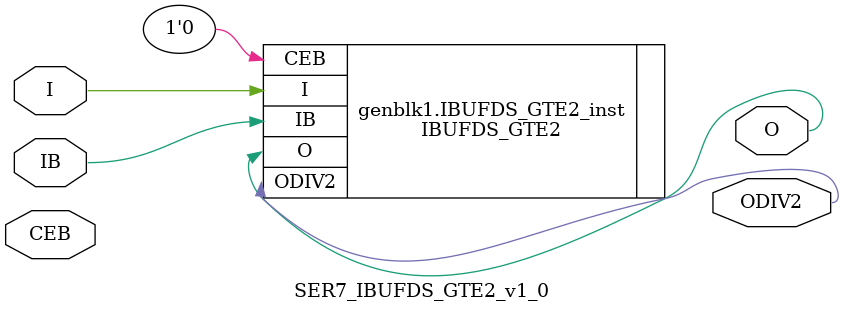
<source format=v>
`timescale 1 ns / 1 ps

module SER7_IBUFDS_GTE2_v1_0 #
(
  parameter MODE = "Always On" 
)
(
  // Users to add ports here
  input I, 
  input IB,
  output O,
  output ODIV2,
  input CEB

);

generate
  case (MODE)
    "Always On" : begin
                    IBUFDS_GTE2 #(
                      .CLKCM_CFG("TRUE"),   // Refer to Transceiver User Guide
                      .CLKRCV_TRST("TRUE"), // Refer to Transceiver User Guide
                      .CLKSWING_CFG(2'b11)  // Refer to Transceiver User Guide
                    )
                    IBUFDS_GTE2_inst (
                      .O(O),         // 1-bit output: Refer to Transceiver User Guide
                      .ODIV2(ODIV2), // 1-bit output: Refer to Transceiver User Guide
                      .CEB(1'b0),     // 1-bit input: Refer to Transceiver User Guide
                      .I(I),         // 1-bit input: Refer to Transceiver User Guide
                      .IB(IB)        // 1-bit input: Refer to Transceiver User Guide
                    );
                  end
    "Controled" : begin
                   IBUFDS_GTE2 #(
                     .CLKCM_CFG("TRUE"),   // Refer to Transceiver User Guide
                     .CLKRCV_TRST("TRUE"), // Refer to Transceiver User Guide
                     .CLKSWING_CFG(2'b11)  // Refer to Transceiver User Guide
                   )
                   IBUFDS_GTE2_inst (
                     .O(O),         // 1-bit output: Refer to Transceiver User Guide
                     .ODIV2(ODIV2), // 1-bit output: Refer to Transceiver User Guide
                     .CEB(CEB),     // 1-bit input: Refer to Transceiver User Guide
                     .I(I),         // 1-bit input: Refer to Transceiver User Guide
                     .IB(IB)        // 1-bit input: Refer to Transceiver User Guide
                   );
                 end
  endcase
endgenerate

endmodule

</source>
